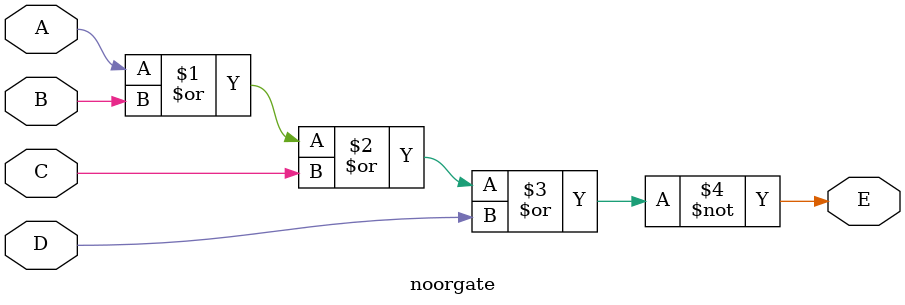
<source format=v>
`timescale 1ns / 1ps


module noorgate
# (parameter WIDTH = 1,PORTNUMBER = 2) 
(

    input [WIDTH - 1:0]A,
    input [WIDTH - 1:0]B,
    input [WIDTH - 1:0]C,
    input [WIDTH - 1:0]D,
    output [WIDTH - 1:0]E
    );
    assign E = ~(A|B|C|D); 
endmodule

</source>
